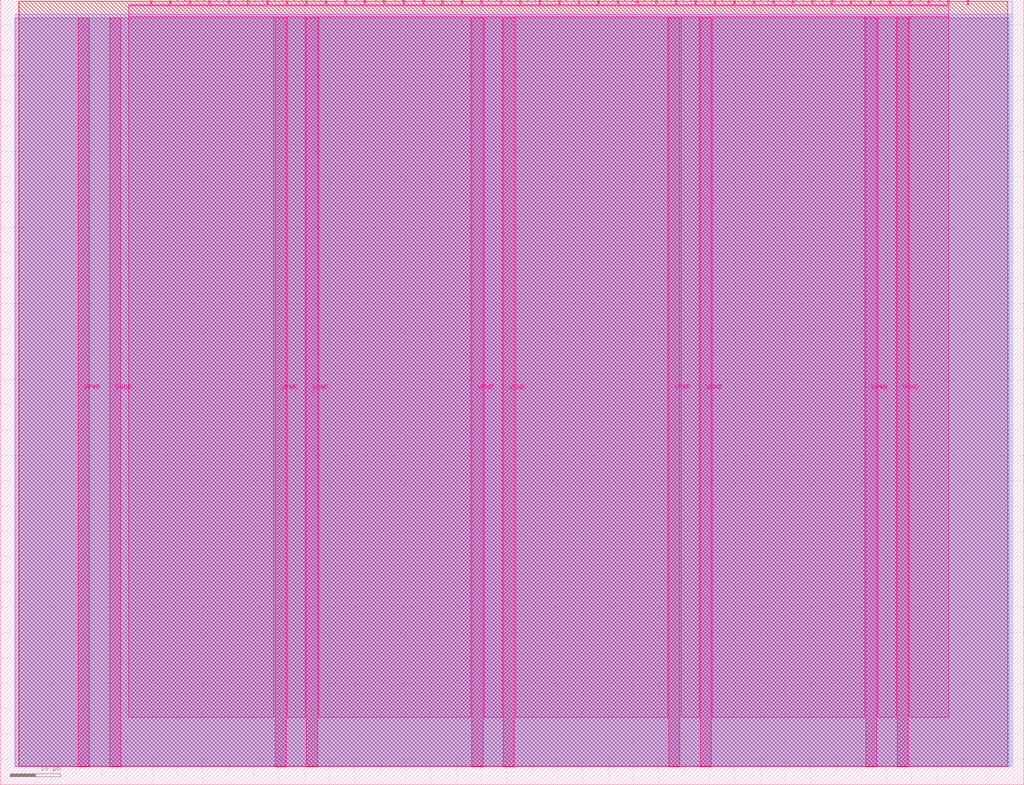
<source format=lef>
VERSION 5.7 ;
  NOWIREEXTENSIONATPIN ON ;
  DIVIDERCHAR "/" ;
  BUSBITCHARS "[]" ;
MACRO tt_um_luke_clock
  CLASS BLOCK ;
  FOREIGN tt_um_luke_clock ;
  ORIGIN 0.000 0.000 ;
  SIZE 202.080 BY 154.980 ;
  PIN VGND
    DIRECTION INOUT ;
    USE GROUND ;
    PORT
      LAYER Metal5 ;
        RECT 21.580 3.560 23.780 151.420 ;
    END
    PORT
      LAYER Metal5 ;
        RECT 60.450 3.560 62.650 151.420 ;
    END
    PORT
      LAYER Metal5 ;
        RECT 99.320 3.560 101.520 151.420 ;
    END
    PORT
      LAYER Metal5 ;
        RECT 138.190 3.560 140.390 151.420 ;
    END
    PORT
      LAYER Metal5 ;
        RECT 177.060 3.560 179.260 151.420 ;
    END
  END VGND
  PIN VPWR
    DIRECTION INOUT ;
    USE POWER ;
    PORT
      LAYER Metal5 ;
        RECT 15.380 3.560 17.580 151.420 ;
    END
    PORT
      LAYER Metal5 ;
        RECT 54.250 3.560 56.450 151.420 ;
    END
    PORT
      LAYER Metal5 ;
        RECT 93.120 3.560 95.320 151.420 ;
    END
    PORT
      LAYER Metal5 ;
        RECT 131.990 3.560 134.190 151.420 ;
    END
    PORT
      LAYER Metal5 ;
        RECT 170.860 3.560 173.060 151.420 ;
    END
  END VPWR
  PIN clk
    DIRECTION INPUT ;
    USE SIGNAL ;
    ANTENNAGATEAREA 0.213200 ;
    PORT
      LAYER Metal5 ;
        RECT 187.050 153.980 187.350 154.980 ;
    END
  END clk
  PIN ena
    DIRECTION INPUT ;
    USE SIGNAL ;
    PORT
      LAYER Metal5 ;
        RECT 190.890 153.980 191.190 154.980 ;
    END
  END ena
  PIN rst_n
    DIRECTION INPUT ;
    USE SIGNAL ;
    ANTENNAGATEAREA 0.426400 ;
    PORT
      LAYER Metal5 ;
        RECT 183.210 153.980 183.510 154.980 ;
    END
  END rst_n
  PIN ui_in[0]
    DIRECTION INPUT ;
    USE SIGNAL ;
    ANTENNAGATEAREA 0.180700 ;
    PORT
      LAYER Metal5 ;
        RECT 179.370 153.980 179.670 154.980 ;
    END
  END ui_in[0]
  PIN ui_in[1]
    DIRECTION INPUT ;
    USE SIGNAL ;
    ANTENNAGATEAREA 0.180700 ;
    PORT
      LAYER Metal5 ;
        RECT 175.530 153.980 175.830 154.980 ;
    END
  END ui_in[1]
  PIN ui_in[2]
    DIRECTION INPUT ;
    USE SIGNAL ;
    ANTENNAGATEAREA 0.180700 ;
    PORT
      LAYER Metal5 ;
        RECT 171.690 153.980 171.990 154.980 ;
    END
  END ui_in[2]
  PIN ui_in[3]
    DIRECTION INPUT ;
    USE SIGNAL ;
    ANTENNAGATEAREA 0.180700 ;
    PORT
      LAYER Metal5 ;
        RECT 167.850 153.980 168.150 154.980 ;
    END
  END ui_in[3]
  PIN ui_in[4]
    DIRECTION INPUT ;
    USE SIGNAL ;
    ANTENNAGATEAREA 0.180700 ;
    PORT
      LAYER Metal5 ;
        RECT 164.010 153.980 164.310 154.980 ;
    END
  END ui_in[4]
  PIN ui_in[5]
    DIRECTION INPUT ;
    USE SIGNAL ;
    ANTENNAGATEAREA 0.180700 ;
    PORT
      LAYER Metal5 ;
        RECT 160.170 153.980 160.470 154.980 ;
    END
  END ui_in[5]
  PIN ui_in[6]
    DIRECTION INPUT ;
    USE SIGNAL ;
    ANTENNAGATEAREA 0.180700 ;
    PORT
      LAYER Metal5 ;
        RECT 156.330 153.980 156.630 154.980 ;
    END
  END ui_in[6]
  PIN ui_in[7]
    DIRECTION INPUT ;
    USE SIGNAL ;
    ANTENNAGATEAREA 0.180700 ;
    PORT
      LAYER Metal5 ;
        RECT 152.490 153.980 152.790 154.980 ;
    END
  END ui_in[7]
  PIN uio_in[0]
    DIRECTION INPUT ;
    USE SIGNAL ;
    PORT
      LAYER Metal5 ;
        RECT 148.650 153.980 148.950 154.980 ;
    END
  END uio_in[0]
  PIN uio_in[1]
    DIRECTION INPUT ;
    USE SIGNAL ;
    PORT
      LAYER Metal5 ;
        RECT 144.810 153.980 145.110 154.980 ;
    END
  END uio_in[1]
  PIN uio_in[2]
    DIRECTION INPUT ;
    USE SIGNAL ;
    PORT
      LAYER Metal5 ;
        RECT 140.970 153.980 141.270 154.980 ;
    END
  END uio_in[2]
  PIN uio_in[3]
    DIRECTION INPUT ;
    USE SIGNAL ;
    PORT
      LAYER Metal5 ;
        RECT 137.130 153.980 137.430 154.980 ;
    END
  END uio_in[3]
  PIN uio_in[4]
    DIRECTION INPUT ;
    USE SIGNAL ;
    PORT
      LAYER Metal5 ;
        RECT 133.290 153.980 133.590 154.980 ;
    END
  END uio_in[4]
  PIN uio_in[5]
    DIRECTION INPUT ;
    USE SIGNAL ;
    PORT
      LAYER Metal5 ;
        RECT 129.450 153.980 129.750 154.980 ;
    END
  END uio_in[5]
  PIN uio_in[6]
    DIRECTION INPUT ;
    USE SIGNAL ;
    PORT
      LAYER Metal5 ;
        RECT 125.610 153.980 125.910 154.980 ;
    END
  END uio_in[6]
  PIN uio_in[7]
    DIRECTION INPUT ;
    USE SIGNAL ;
    PORT
      LAYER Metal5 ;
        RECT 121.770 153.980 122.070 154.980 ;
    END
  END uio_in[7]
  PIN uio_oe[0]
    DIRECTION OUTPUT ;
    USE SIGNAL ;
    ANTENNADIFFAREA 0.392700 ;
    PORT
      LAYER Metal5 ;
        RECT 56.490 153.980 56.790 154.980 ;
    END
  END uio_oe[0]
  PIN uio_oe[1]
    DIRECTION OUTPUT ;
    USE SIGNAL ;
    ANTENNADIFFAREA 0.392700 ;
    PORT
      LAYER Metal5 ;
        RECT 52.650 153.980 52.950 154.980 ;
    END
  END uio_oe[1]
  PIN uio_oe[2]
    DIRECTION OUTPUT ;
    USE SIGNAL ;
    ANTENNADIFFAREA 0.392700 ;
    PORT
      LAYER Metal5 ;
        RECT 48.810 153.980 49.110 154.980 ;
    END
  END uio_oe[2]
  PIN uio_oe[3]
    DIRECTION OUTPUT ;
    USE SIGNAL ;
    ANTENNADIFFAREA 0.392700 ;
    PORT
      LAYER Metal5 ;
        RECT 44.970 153.980 45.270 154.980 ;
    END
  END uio_oe[3]
  PIN uio_oe[4]
    DIRECTION OUTPUT ;
    USE SIGNAL ;
    ANTENNADIFFAREA 0.392700 ;
    PORT
      LAYER Metal5 ;
        RECT 41.130 153.980 41.430 154.980 ;
    END
  END uio_oe[4]
  PIN uio_oe[5]
    DIRECTION OUTPUT ;
    USE SIGNAL ;
    ANTENNADIFFAREA 0.392700 ;
    PORT
      LAYER Metal5 ;
        RECT 37.290 153.980 37.590 154.980 ;
    END
  END uio_oe[5]
  PIN uio_oe[6]
    DIRECTION OUTPUT ;
    USE SIGNAL ;
    ANTENNADIFFAREA 0.392700 ;
    PORT
      LAYER Metal5 ;
        RECT 33.450 153.980 33.750 154.980 ;
    END
  END uio_oe[6]
  PIN uio_oe[7]
    DIRECTION OUTPUT ;
    USE SIGNAL ;
    ANTENNADIFFAREA 0.392700 ;
    PORT
      LAYER Metal5 ;
        RECT 29.610 153.980 29.910 154.980 ;
    END
  END uio_oe[7]
  PIN uio_out[0]
    DIRECTION OUTPUT ;
    USE SIGNAL ;
    ANTENNADIFFAREA 0.706800 ;
    PORT
      LAYER Metal5 ;
        RECT 87.210 153.980 87.510 154.980 ;
    END
  END uio_out[0]
  PIN uio_out[1]
    DIRECTION OUTPUT ;
    USE SIGNAL ;
    ANTENNADIFFAREA 0.654800 ;
    PORT
      LAYER Metal5 ;
        RECT 83.370 153.980 83.670 154.980 ;
    END
  END uio_out[1]
  PIN uio_out[2]
    DIRECTION OUTPUT ;
    USE SIGNAL ;
    ANTENNADIFFAREA 0.654800 ;
    PORT
      LAYER Metal5 ;
        RECT 79.530 153.980 79.830 154.980 ;
    END
  END uio_out[2]
  PIN uio_out[3]
    DIRECTION OUTPUT ;
    USE SIGNAL ;
    ANTENNADIFFAREA 0.654800 ;
    PORT
      LAYER Metal5 ;
        RECT 75.690 153.980 75.990 154.980 ;
    END
  END uio_out[3]
  PIN uio_out[4]
    DIRECTION OUTPUT ;
    USE SIGNAL ;
    ANTENNADIFFAREA 0.654800 ;
    PORT
      LAYER Metal5 ;
        RECT 71.850 153.980 72.150 154.980 ;
    END
  END uio_out[4]
  PIN uio_out[5]
    DIRECTION OUTPUT ;
    USE SIGNAL ;
    ANTENNADIFFAREA 0.654800 ;
    PORT
      LAYER Metal5 ;
        RECT 68.010 153.980 68.310 154.980 ;
    END
  END uio_out[5]
  PIN uio_out[6]
    DIRECTION OUTPUT ;
    USE SIGNAL ;
    ANTENNAGATEAREA 0.713200 ;
    ANTENNADIFFAREA 0.632400 ;
    PORT
      LAYER Metal5 ;
        RECT 64.170 153.980 64.470 154.980 ;
    END
  END uio_out[6]
  PIN uio_out[7]
    DIRECTION OUTPUT ;
    USE SIGNAL ;
    ANTENNAGATEAREA 0.388200 ;
    ANTENNADIFFAREA 0.632400 ;
    PORT
      LAYER Metal5 ;
        RECT 60.330 153.980 60.630 154.980 ;
    END
  END uio_out[7]
  PIN uo_out[0]
    DIRECTION OUTPUT ;
    USE SIGNAL ;
    ANTENNADIFFAREA 0.632400 ;
    PORT
      LAYER Metal5 ;
        RECT 117.930 153.980 118.230 154.980 ;
    END
  END uo_out[0]
  PIN uo_out[1]
    DIRECTION OUTPUT ;
    USE SIGNAL ;
    ANTENNADIFFAREA 0.632400 ;
    PORT
      LAYER Metal5 ;
        RECT 114.090 153.980 114.390 154.980 ;
    END
  END uo_out[1]
  PIN uo_out[2]
    DIRECTION OUTPUT ;
    USE SIGNAL ;
    ANTENNADIFFAREA 0.632400 ;
    PORT
      LAYER Metal5 ;
        RECT 110.250 153.980 110.550 154.980 ;
    END
  END uo_out[2]
  PIN uo_out[3]
    DIRECTION OUTPUT ;
    USE SIGNAL ;
    ANTENNADIFFAREA 0.654800 ;
    PORT
      LAYER Metal5 ;
        RECT 106.410 153.980 106.710 154.980 ;
    END
  END uo_out[3]
  PIN uo_out[4]
    DIRECTION OUTPUT ;
    USE SIGNAL ;
    ANTENNADIFFAREA 0.632400 ;
    PORT
      LAYER Metal5 ;
        RECT 102.570 153.980 102.870 154.980 ;
    END
  END uo_out[4]
  PIN uo_out[5]
    DIRECTION OUTPUT ;
    USE SIGNAL ;
    ANTENNADIFFAREA 0.632400 ;
    PORT
      LAYER Metal5 ;
        RECT 98.730 153.980 99.030 154.980 ;
    END
  END uo_out[5]
  PIN uo_out[6]
    DIRECTION OUTPUT ;
    USE SIGNAL ;
    ANTENNADIFFAREA 0.632400 ;
    PORT
      LAYER Metal5 ;
        RECT 94.890 153.980 95.190 154.980 ;
    END
  END uo_out[6]
  PIN uo_out[7]
    DIRECTION OUTPUT ;
    USE SIGNAL ;
    ANTENNADIFFAREA 0.654800 ;
    PORT
      LAYER Metal5 ;
        RECT 91.050 153.980 91.350 154.980 ;
    END
  END uo_out[7]
  OBS
      LAYER GatPoly ;
        RECT 2.880 3.630 199.200 151.350 ;
      LAYER Metal1 ;
        RECT 2.880 3.560 199.200 151.420 ;
      LAYER Metal2 ;
        RECT 3.085 3.680 199.825 152.140 ;
      LAYER Metal3 ;
        RECT 3.740 3.635 199.780 154.705 ;
      LAYER Metal4 ;
        RECT 3.695 3.680 198.865 154.660 ;
      LAYER Metal5 ;
        RECT 25.340 153.770 29.400 153.980 ;
        RECT 30.120 153.770 33.240 153.980 ;
        RECT 33.960 153.770 37.080 153.980 ;
        RECT 37.800 153.770 40.920 153.980 ;
        RECT 41.640 153.770 44.760 153.980 ;
        RECT 45.480 153.770 48.600 153.980 ;
        RECT 49.320 153.770 52.440 153.980 ;
        RECT 53.160 153.770 56.280 153.980 ;
        RECT 57.000 153.770 60.120 153.980 ;
        RECT 60.840 153.770 63.960 153.980 ;
        RECT 64.680 153.770 67.800 153.980 ;
        RECT 68.520 153.770 71.640 153.980 ;
        RECT 72.360 153.770 75.480 153.980 ;
        RECT 76.200 153.770 79.320 153.980 ;
        RECT 80.040 153.770 83.160 153.980 ;
        RECT 83.880 153.770 87.000 153.980 ;
        RECT 87.720 153.770 90.840 153.980 ;
        RECT 91.560 153.770 94.680 153.980 ;
        RECT 95.400 153.770 98.520 153.980 ;
        RECT 99.240 153.770 102.360 153.980 ;
        RECT 103.080 153.770 106.200 153.980 ;
        RECT 106.920 153.770 110.040 153.980 ;
        RECT 110.760 153.770 113.880 153.980 ;
        RECT 114.600 153.770 117.720 153.980 ;
        RECT 118.440 153.770 121.560 153.980 ;
        RECT 122.280 153.770 125.400 153.980 ;
        RECT 126.120 153.770 129.240 153.980 ;
        RECT 129.960 153.770 133.080 153.980 ;
        RECT 133.800 153.770 136.920 153.980 ;
        RECT 137.640 153.770 140.760 153.980 ;
        RECT 141.480 153.770 144.600 153.980 ;
        RECT 145.320 153.770 148.440 153.980 ;
        RECT 149.160 153.770 152.280 153.980 ;
        RECT 153.000 153.770 156.120 153.980 ;
        RECT 156.840 153.770 159.960 153.980 ;
        RECT 160.680 153.770 163.800 153.980 ;
        RECT 164.520 153.770 167.640 153.980 ;
        RECT 168.360 153.770 171.480 153.980 ;
        RECT 172.200 153.770 175.320 153.980 ;
        RECT 176.040 153.770 179.160 153.980 ;
        RECT 179.880 153.770 183.000 153.980 ;
        RECT 183.720 153.770 186.840 153.980 ;
        RECT 25.340 151.630 187.300 153.770 ;
        RECT 25.340 13.295 54.040 151.630 ;
        RECT 56.660 13.295 60.240 151.630 ;
        RECT 62.860 13.295 92.910 151.630 ;
        RECT 95.530 13.295 99.110 151.630 ;
        RECT 101.730 13.295 131.780 151.630 ;
        RECT 134.400 13.295 137.980 151.630 ;
        RECT 140.600 13.295 170.650 151.630 ;
        RECT 173.270 13.295 176.850 151.630 ;
        RECT 179.470 13.295 187.300 151.630 ;
  END
END tt_um_luke_clock
END LIBRARY


</source>
